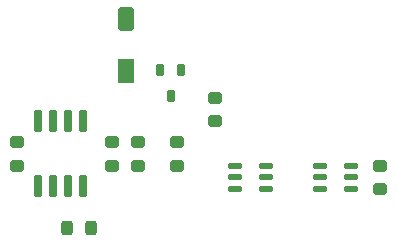
<source format=gbp>
G04*
G04 #@! TF.GenerationSoftware,Altium Limited,Altium Designer,21.3.2 (30)*
G04*
G04 Layer_Color=128*
%FSTAX24Y24*%
%MOIN*%
G70*
G04*
G04 #@! TF.SameCoordinates,D50E3B47-D74C-4BCA-B3C4-33FD4FEC1BCA*
G04*
G04*
G04 #@! TF.FilePolarity,Positive*
G04*
G01*
G75*
G04:AMPARAMS|DCode=19|XSize=39.4mil|YSize=47.2mil|CornerRadius=9.8mil|HoleSize=0mil|Usage=FLASHONLY|Rotation=90.000|XOffset=0mil|YOffset=0mil|HoleType=Round|Shape=RoundedRectangle|*
%AMROUNDEDRECTD19*
21,1,0.0394,0.0276,0,0,90.0*
21,1,0.0197,0.0472,0,0,90.0*
1,1,0.0197,0.0138,0.0098*
1,1,0.0197,0.0138,-0.0098*
1,1,0.0197,-0.0138,-0.0098*
1,1,0.0197,-0.0138,0.0098*
%
%ADD19ROUNDEDRECTD19*%
G04:AMPARAMS|DCode=54|XSize=39.4mil|YSize=47.2mil|CornerRadius=9.8mil|HoleSize=0mil|Usage=FLASHONLY|Rotation=180.000|XOffset=0mil|YOffset=0mil|HoleType=Round|Shape=RoundedRectangle|*
%AMROUNDEDRECTD54*
21,1,0.0394,0.0276,0,0,180.0*
21,1,0.0197,0.0472,0,0,180.0*
1,1,0.0197,-0.0098,0.0138*
1,1,0.0197,0.0098,0.0138*
1,1,0.0197,0.0098,-0.0138*
1,1,0.0197,-0.0098,-0.0138*
%
%ADD54ROUNDEDRECTD54*%
G04:AMPARAMS|DCode=55|XSize=70.9mil|YSize=23.6mil|CornerRadius=3mil|HoleSize=0mil|Usage=FLASHONLY|Rotation=90.000|XOffset=0mil|YOffset=0mil|HoleType=Round|Shape=RoundedRectangle|*
%AMROUNDEDRECTD55*
21,1,0.0709,0.0177,0,0,90.0*
21,1,0.0650,0.0236,0,0,90.0*
1,1,0.0059,0.0089,0.0325*
1,1,0.0059,0.0089,-0.0325*
1,1,0.0059,-0.0089,-0.0325*
1,1,0.0059,-0.0089,0.0325*
%
%ADD55ROUNDEDRECTD55*%
G04:AMPARAMS|DCode=56|XSize=42.9mil|YSize=24mil|CornerRadius=6mil|HoleSize=0mil|Usage=FLASHONLY|Rotation=270.000|XOffset=0mil|YOffset=0mil|HoleType=Round|Shape=RoundedRectangle|*
%AMROUNDEDRECTD56*
21,1,0.0429,0.0120,0,0,270.0*
21,1,0.0309,0.0240,0,0,270.0*
1,1,0.0120,-0.0060,-0.0155*
1,1,0.0120,-0.0060,0.0155*
1,1,0.0120,0.0060,0.0155*
1,1,0.0120,0.0060,-0.0155*
%
%ADD56ROUNDEDRECTD56*%
G04:AMPARAMS|DCode=57|XSize=21.7mil|YSize=47.2mil|CornerRadius=5.4mil|HoleSize=0mil|Usage=FLASHONLY|Rotation=90.000|XOffset=0mil|YOffset=0mil|HoleType=Round|Shape=RoundedRectangle|*
%AMROUNDEDRECTD57*
21,1,0.0217,0.0364,0,0,90.0*
21,1,0.0108,0.0472,0,0,90.0*
1,1,0.0108,0.0182,0.0054*
1,1,0.0108,0.0182,-0.0054*
1,1,0.0108,-0.0182,-0.0054*
1,1,0.0108,-0.0182,0.0054*
%
%ADD57ROUNDEDRECTD57*%
%ADD66R,0.0551X0.0787*%
G04:AMPARAMS|DCode=67|XSize=55.1mil|YSize=78.7mil|CornerRadius=11.8mil|HoleSize=0mil|Usage=FLASHONLY|Rotation=0.000|XOffset=0mil|YOffset=0mil|HoleType=Round|Shape=RoundedRectangle|*
%AMROUNDEDRECTD67*
21,1,0.0551,0.0551,0,0,0.0*
21,1,0.0315,0.0787,0,0,0.0*
1,1,0.0236,0.0157,-0.0276*
1,1,0.0236,-0.0157,-0.0276*
1,1,0.0236,-0.0157,0.0276*
1,1,0.0236,0.0157,0.0276*
%
%ADD67ROUNDEDRECTD67*%
D19*
X029683Y043711D02*
D03*
Y044499D02*
D03*
X021612D02*
D03*
Y045286D02*
D03*
X024171Y046763D02*
D03*
Y045975D02*
D03*
X022892Y044499D02*
D03*
Y045286D02*
D03*
X017577Y044499D02*
D03*
Y045286D02*
D03*
X020726Y044499D02*
D03*
Y045286D02*
D03*
D54*
X020037Y042432D02*
D03*
X01925D02*
D03*
D55*
X019758Y045975D02*
D03*
X019258D02*
D03*
X018758D02*
D03*
X018258D02*
D03*
Y043826D02*
D03*
X018758D02*
D03*
X019258D02*
D03*
X019758D02*
D03*
D56*
X022695Y046834D02*
D03*
X023055Y047676D02*
D03*
X022335D02*
D03*
D57*
X028699Y044105D02*
D03*
Y043731D02*
D03*
Y044479D02*
D03*
X027675D02*
D03*
Y044105D02*
D03*
Y043731D02*
D03*
X025864Y044105D02*
D03*
Y043731D02*
D03*
Y044479D02*
D03*
X024841D02*
D03*
Y044105D02*
D03*
Y043731D02*
D03*
D66*
X021219Y047668D02*
D03*
D67*
Y0494D02*
D03*
M02*

</source>
